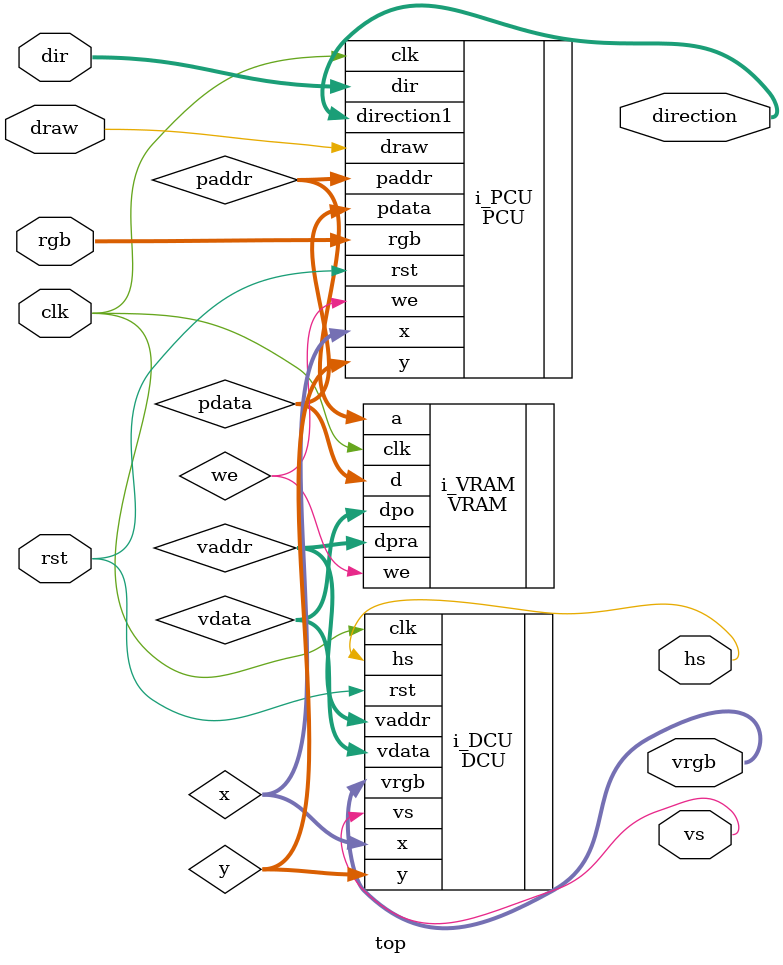
<source format=v>
`timescale 1ns / 1ps


module top(
    input wire        clk,
    input wire        rst,
    input wire [11:0] rgb,  //»­±ÊÑÕÉ«
    input wire [3:0]  dir,  //ÒÆ¶¯»­±Ê  ÉÏÏÂ×óÓÒ
    input wire        draw, //»æ»­×´Ì¬  1-ÊÇ  0-·ñ
    
    output     [11:0] vrgb, //ÏñËØµãÑÕÉ«ÐÅºÅ
    output            hs,   //ÐÐÍ¬²½ÐÅºÅ
    output            vs,   //³¡Í¬²½ÐÅºÅ
    output     [3:0]  direction//µ÷ÊÔÓÃ
    );
    
    wire [15:0] paddr; //write address
    wire [11:0] pdata; //write data
    wire        we;    //write enable
    wire [7:0]  x,y;   //»­±ÊÎ»ÖÃ 
    wire [11:0] vdata;
    wire [15:0] vaddr;
    
    
    PCU  i_PCU(
        .clk(clk),
        .rst(rst),
        .rgb(rgb),
        .dir(dir),
        .draw(draw),
        
        .paddr(paddr),
        .pdata(pdata),
        .we(we),
        .x(x),
        .y(y),
        .direction1(direction)
    );
    
    VRAM  i_VRAM(
        .a(paddr),
        .d(pdata),
        .dpra(vaddr),
        .clk(clk),
        .we(we),
        .dpo(vdata)
    );
    
    DCU  i_DCU(
        .clk(clk),
        .rst(rst),
        .x(x),
        .y(y),
        .vdata(vdata),
        .vaddr(vaddr),
        .vrgb(vrgb),
        .hs(hs),
        .vs(vs)
    );
    
endmodule

</source>
